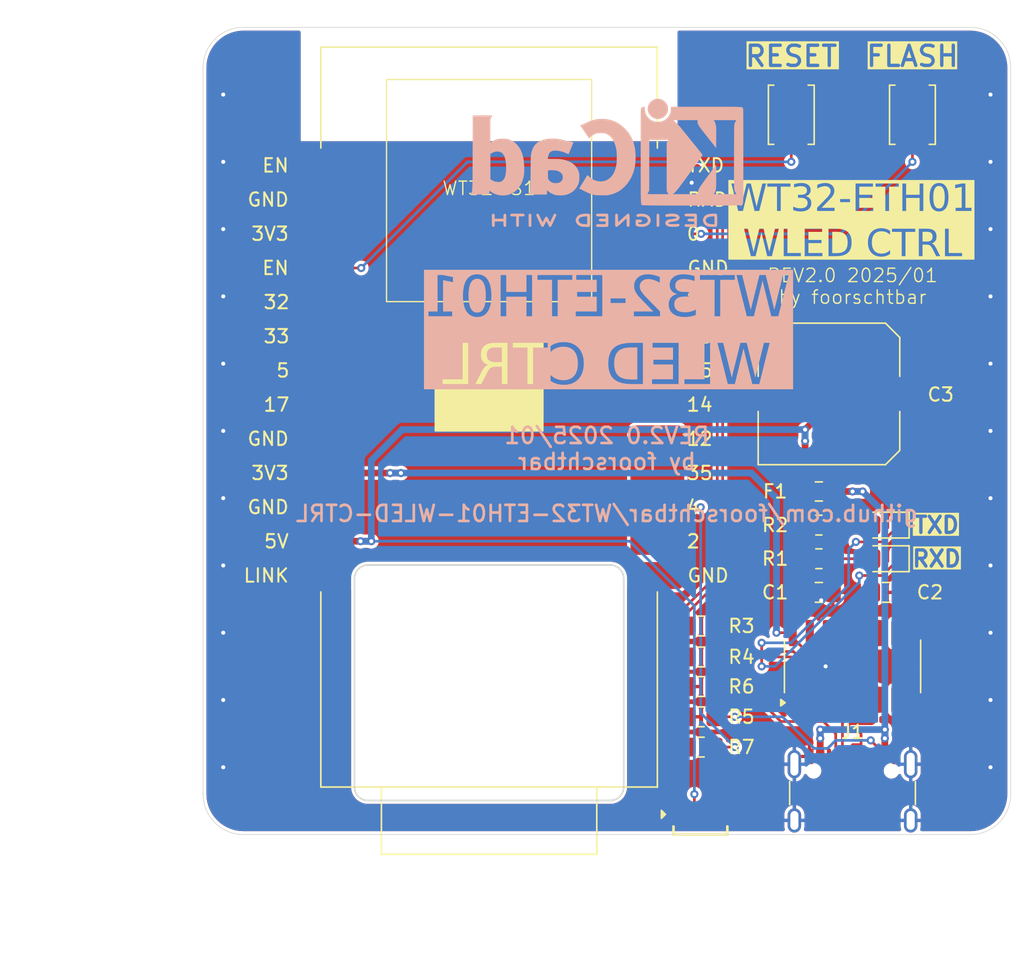
<source format=kicad_pcb>
(kicad_pcb (version 20240108) (generator "pcbnew") (generator_version "8.0")
  (layers (0 "F.Cu" signal) (31 "B.Cu" signal) (34 "B.Paste" user) (35 "F.Paste" user) (36 "B.SilkS" user "B.Silkscreen") (37 "F.SilkS" user "F.Silkscreen") (38 "B.Mask" user) (39 "F.Mask" user) (44 "Edge.Cuts" user))
  (net 0 "")
  (net 1 "GND")
  (net 2 "+3.3V")
  (net 3 "VIN")
  (net 4 "EN")
  (net 5 "GPIO0")
  (net 6 "D-")
  (net 7 "Net-(J1-CC1)")
  (net 8 "Net-(J1-CC2)")
  (net 9 "D+")
  (net 10 "RTS")
  (net 11 "DTR")
  (net 12 "Net-(D1-A)")
  (net 13 "Net-(D2-A)")
  (net 34 "Net-(LED1-DIN)")
  (net 35 "LED")
  (net 37 "/VBUS")
  (net 38 "/RXD")
  (net 39 "/TXD")
  (net 40 "MCU_TXD")
  (net 41 "MCU_RXD")
  (footprint "Package_SO:SOIC-16_3.9x9.9mm_P1.27mm" (layer "F.Cu") (at 141.5 103.75 90)
    (property "Reference" "U2" (hide yes))
    (property "Value" "CH340C" (hide yes))
    (pad "1" smd roundrect (at -2.475 -4.445 90) (size 1.95 0.6) (layers "F.Cu" "F.Paste" "F.Mask") (net 1 "GND"))
    (pad "2" smd roundrect (at -2.475 -3.175 90) (size 1.95 0.6) (layers "F.Cu" "F.Paste" "F.Mask") (net 38 "/RXD"))
    (pad "3" smd roundrect (at -2.475 -1.905 90) (size 1.95 0.6) (layers "F.Cu" "F.Paste" "F.Mask") (net 39 "/TXD"))
    (pad "4" smd roundrect (at -2.475 -0.635 90) (size 1.95 0.6) (layers "F.Cu" "F.Paste" "F.Mask") (net 2 "+3.3V"))
    (pad "5" smd roundrect (at -2.475 0.635 90) (size 1.95 0.6) (layers "F.Cu" "F.Paste" "F.Mask") (net 9 "D+"))
    (pad "6" smd roundrect (at -2.475 1.905 90) (size 1.95 0.6) (layers "F.Cu" "F.Paste" "F.Mask") (net 6 "D-"))
    (pad "7" smd roundrect (at -2.475 3.175 90) (size 1.95 0.6) (layers "F.Cu" "F.Paste" "F.Mask"))
    (pad "8" smd roundrect (at -2.475 4.445 90) (size 1.95 0.6) (layers "F.Cu" "F.Paste" "F.Mask"))
    (pad "9" smd roundrect (at 2.475 4.445 90) (size 1.95 0.6) (layers "F.Cu" "F.Paste" "F.Mask"))
    (pad "10" smd roundrect (at 2.475 3.175 90) (size 1.95 0.6) (layers "F.Cu" "F.Paste" "F.Mask"))
    (pad "11" smd roundrect (at 2.475 1.905 90) (size 1.95 0.6) (layers "F.Cu" "F.Paste" "F.Mask"))
    (pad "12" smd roundrect (at 2.475 0.635 90) (size 1.95 0.6) (layers "F.Cu" "F.Paste" "F.Mask"))
    (pad "13" smd roundrect (at 2.475 -0.635 90) (size 1.95 0.6) (layers "F.Cu" "F.Paste" "F.Mask") (net 11 "DTR"))
    (pad "14" smd roundrect (at 2.475 -1.905 90) (size 1.95 0.6) (layers "F.Cu" "F.Paste" "F.Mask") (net 10 "RTS"))
    (pad "15" smd roundrect (at 2.475 -3.175 90) (size 1.95 0.6) (layers "F.Cu" "F.Paste" "F.Mask"))
    (pad "16" smd roundrect (at 2.475 -4.445 90) (size 1.95 0.6) (layers "F.Cu" "F.Paste" "F.Mask") (net 2 "+3.3V"))
  )
  (footprint "Resistor_SMD:R_0805_2012Metric_Pad1.20x1.40mm_HandSolder" (layer "F.Cu") (at 139 95.75)
    (property "Reference" "R1" (at -3.25 0 0) (layer "F.SilkS"))
    (property "Value" "330" (hide yes))
    (pad "1" smd roundrect (at -1 0) (size 1.2 1.4) (layers "F.Cu" "F.Paste" "F.Mask") (roundrect_rratio 0.208333) (net 3 "VIN"))
    (pad "2" smd roundrect (at 1 0) (size 1.2 1.4) (layers "F.Cu" "F.Paste" "F.Mask") (roundrect_rratio 0.208333) (net 12 "Net-(D1-A)"))
  )
  (footprint "Fuse:Fuse_0805_2012Metric_Pad1.15x1.40mm_HandSolder" (layer "F.Cu") (at 139 90.75 180)
    (property "Reference" "F1" (at 3.25 0 0) (layer "F.SilkS"))
    (property "Value" "Fuse" (hide yes))
    (pad "1" smd roundrect (at -1.025 0 180) (size 1.15 1.4) (layers "F.Cu" "F.Paste" "F.Mask") (roundrect_rratio 0.217391) (net 37 "/VBUS"))
    (pad "2" smd roundrect (at 1.025 0 180) (size 1.15 1.4) (layers "F.Cu" "F.Paste" "F.Mask") (roundrect_rratio 0.217391) (net 3 "VIN"))
  )
  (footprint "Resistor_SMD:R_0805_2012Metric_Pad1.20x1.40mm_HandSolder" (layer "F.Cu") (at 130.25 103.05 180)
    (property "Reference" "R4" (at -3 0 0) (layer "F.SilkS"))
    (property "Value" "470R" (hide yes))
    (pad "1" smd roundrect (at -1 0 180) (size 1.2 1.4) (layers "F.Cu" "F.Paste" "F.Mask") (roundrect_rratio 0.208333) (net 38 "/RXD"))
    (pad "2" smd roundrect (at 1 0 180) (size 1.2 1.4) (layers "F.Cu" "F.Paste" "F.Mask") (roundrect_rratio 0.208333) (net 41 "MCU_RXD"))
  )
  (footprint "Resistor_SMD:R_0805_2012Metric_Pad1.20x1.40mm_HandSolder" (layer "F.Cu") (at 130.25 100.75 180)
    (property "Reference" "R3" (at -3 0 0) (layer "F.SilkS"))
    (property "Value" "470R" (hide yes))
    (pad "1" smd roundrect (at -1 0 180) (size 1.2 1.4) (layers "F.Cu" "F.Paste" "F.Mask") (roundrect_rratio 0.208333) (net 39 "/TXD"))
    (pad "2" smd roundrect (at 1 0 180) (size 1.2 1.4) (layers "F.Cu" "F.Paste" "F.Mask") (roundrect_rratio 0.208333) (net 40 "MCU_TXD"))
  )
  (footprint "Resistor_SMD:R_0805_2012Metric_Pad1.20x1.40mm_HandSolder" (layer "F.Cu") (at 139 93.25)
    (property "Reference" "R2" (at -3.25 0 0) (layer "F.SilkS"))
    (property "Value" "330" (hide yes))
    (pad "1" smd roundrect (at -1 0) (size 1.2 1.4) (layers "F.Cu" "F.Paste" "F.Mask") (roundrect_rratio 0.208333) (net 3 "VIN"))
    (pad "2" smd roundrect (at 1 0) (size 1.2 1.4) (layers "F.Cu" "F.Paste" "F.Mask") (roundrect_rratio 0.208333) (net 13 "Net-(D2-A)"))
  )
  (footprint "WT32-ETH01:WT32-ETH01" (layer "F.Cu") (at 114.5 81.72)
    (property "Reference" "U1" (hide yes))
    (property "Value" "WT32-ETH01" (hide yes))
    (fp_line (start -10 31) (end -10 15.5) (stroke (width 0.12)) (layer "Edge.Cuts"))
    (fp_line (start -9 14.5) (end 9 14.5) (stroke (width 0.12)) (layer "Edge.Cuts"))
    (fp_line (start 9 32) (end -9 32) (stroke (width 0.12)) (layer "Edge.Cuts"))
    (fp_line (start 10 15.5) (end 10 31) (stroke (width 0.12)) (layer "Edge.Cuts"))
    (fp_arc (start -10 15.5) (mid -9.707107 14.792893) (end -9 14.5) (stroke (width 0.12)) (layer "Edge.Cuts"))
    (fp_arc (start -9 32) (mid -9.707107 31.707107) (end -10 31) (stroke (width 0.12)) (layer "Edge.Cuts"))
    (fp_arc (start 9 14.5) (mid 9.707107 14.792893) (end 10 15.5) (stroke (width 0.12)) (layer "Edge.Cuts"))
    (fp_arc (start 10 31) (mid 9.707107 31.707107) (end 9 32) (stroke (width 0.12)) (layer "Edge.Cuts"))
    (fp_text user "39" (at 14.595238 -5.04 0) (layer "F.SilkS") (effects (font (thickness 0.15) (bold yes)) (justify left)))
    (fp_text user "TXD" (at 17.559524 -15.2 0) (layer "F.SilkS") (effects (font (thickness 0.15) (bold yes)) (justify right)))
    (fp_text user "LINK" (at -18.323809 15.28 0) (layer "F.SilkS") (effects (font (thickness 0.15) (bold yes)) (justify left)))
    (fp_text user "3V3" (at -17.752381 -10.12 0) (layer "F.SilkS") (effects (font (thickness 0.15) (bold yes)) (justify left)))
    (fp_text user "WT32-S1" (at 0 -13.5 0) (layer "F.SilkS") (effects (font (thickness 0.1))))
    (fp_text user "14" (at 14.595238 2.58 0) (layer "F.SilkS") (effects (font (thickness 0.15) (bold yes)) (justify left)))
    (fp_text user "35" (at 14.595238 7.66 0) (layer "F.SilkS") (effects (font (thickness 0.15) (bold yes)) (justify left)))
    (fp_text user "17" (at -14.740476 2.58 0) (layer "F.SilkS") (effects (font (thickness 0.15) (bold yes)) (justify right)))
    (fp_text user "GND" (at -18.038095 -12.66 0) (layer "F.SilkS") (effects (font (thickness 0.15) (bold yes)) (justify left)))
    (fp_text user "33" (at -14.740476 -2.5 0) (layer "F.SilkS") (effects (font (thickness 0.15) (bold yes)) (justify right)))
    (fp_text user "36" (at 14.595238 -2.5 0) (layer "F.SilkS") (effects (font (thickness 0.15) (bold yes)) (justify left)))
    (fp_text user "GND" (at 17.892857 15.28 0) (layer "F.SilkS") (effects (font (thickness 0.15) (bold yes)) (justify right)))
    (fp_text user "5V" (at -16.8 12.74 0) (layer "F.SilkS") (effects (font (thickness 0.15) (bold yes)) (justify left)))
    (fp_text user "12" (at 14.595238 5.12 0) (layer "F.SilkS") (effects (font (thickness 0.15) (bold yes)) (justify left)))
    (fp_text user "2" (at 14.595238 12.74 0) (layer "F.SilkS") (effects (font (thickness 0.15) (bold yes)) (justify left)))
    (fp_text user "EN" (at -16.942857 -7.58 0) (layer "F.SilkS") (effects (font (thickness 0.15) (bold yes)) (justify left)))
    (fp_text user "GND" (at 17.892857 -7.58 0) (layer "F.SilkS") (effects (font (thickness 0.15) (bold yes)) (justify right)))
    (fp_text user "5" (at -14.740476 0.04 0) (layer "F.SilkS") (effects (font (thickness 0.15) (bold yes)) (justify right)))
    (fp_text user "GND" (at -18.038095 5.12 0) (layer "F.SilkS") (effects (font (thickness 0.15) (bold yes)) (justify left)))
    (fp_text user "EN" (at -16.942857 -15.2 0) (layer "F.SilkS") (effects (font (thickness 0.15) (bold yes)) (justify left)))
    (fp_text user "RXD" (at 17.797619 -12.66 0) (layer "F.SilkS") (effects (font (thickness 0.15) (bold yes)) (justify right)))
    (fp_text user "4" (at 14.595238 10.2 0) (layer "F.SilkS") (effects (font (thickness 0.15) (bold yes)) (justify left)))
    (fp_text user "15" (at 14.595238 0.04 0) (layer "F.SilkS") (effects (font (thickness 0.15) (bold yes)) (justify left)))
    (fp_text user "0" (at 14.595238 -10.12 0) (layer "F.SilkS") (effects (font (thickness 0.15) (bold yes)) (justify left)))
    (fp_text user "32" (at -14.740476 -5.04 0) (layer "F.SilkS") (effects (font (thickness 0.15) (bold yes)) (justify right)))
    (fp_text user "GND" (at -18.038095 10.2 0) (layer "F.SilkS") (effects (font (thickness 0.15) (bold yes)) (justify left)))
    (fp_text user "3V3" (at -17.752381 7.66 0) (layer "F.SilkS") (effects (font (thickness 0.15) (bold yes)) (justify left)))
    (pad "1" smd roundrect (at -12.5 -15.2) (size 4 2) (layers "F.Cu" "F.Paste" "F.Mask"))
    (pad "2" smd roundrect (at -12.5 -12.66) (size 4 2) (layers "F.Cu" "F.Paste" "F.Mask") (net 1 "GND"))
    (pad "3" smd roundrect (at -12.5 -10.12) (size 4 2) (layers "F.Cu" "F.Paste" "F.Mask") (net 2 "+3.3V"))
    (pad "4" smd roundrect (at -12.5 -7.58) (size 4 2) (layers "F.Cu" "F.Paste" "F.Mask") (net 4 "EN"))
    (pad "5" smd roundrect (at -12.5 -5.04) (size 4 2) (layers "F.Cu" "F.Paste" "F.Mask"))
    (pad "6" smd roundrect (at -12.5 -2.5) (size 4 2) (layers "F.Cu" "F.Paste" "F.Mask"))
    (pad "7" smd roundrect (at -12.5 0.04) (size 4 2) (layers "F.Cu" "F.Paste" "F.Mask"))
    (pad "8" smd roundrect (at -12.5 2.58) (size 4 2) (layers "F.Cu" "F.Paste" "F.Mask"))
    (pad "9" smd roundrect (at -12.5 5.12) (size 4 2) (layers "F.Cu" "F.Paste" "F.Mask") (net 1 "GND"))
    (pad "10" smd roundrect (at -12.5 7.66) (size 4 2) (layers "F.Cu" "F.Paste" "F.Mask") (net 2 "+3.3V"))
    (pad "11" smd roundrect (at -12.5 10.2) (size 4 2) (layers "F.Cu" "F.Paste" "F.Mask") (net 1 "GND"))
    (pad "12" smd roundrect (at -12.5 12.74) (size 4 2) (layers "F.Cu" "F.Paste" "F.Mask") (net 3 "VIN"))
    (pad "13" smd roundrect (at -12.5 15.28) (size 4 2) (layers "F.Cu" "F.Paste" "F.Mask"))
    (pad "14" smd roundrect (at 12.5 15.28) (size 4 2) (layers "F.Cu" "F.Paste" "F.Mask") (net 1 "GND"))
    (pad "15" smd roundrect (at 12.5 12.74) (size 4 2) (layers "F.Cu" "F.Paste" "F.Mask"))
    (pad "16" smd roundrect (at 12.5 10.2) (size 4 2) (layers "F.Cu" "F.Paste" "F.Mask") (net 35 "LED"))
    (pad "17" smd roundrect (at 12.5 7.66) (size 4 2) (layers "F.Cu" "F.Paste" "F.Mask"))
    (pad "18" smd roundrect (at 12.5 5.12) (size 4 2) (layers "F.Cu" "F.Paste" "F.Mask"))
    (pad "19" smd roundrect (at 12.5 2.58) (size 4 2) (layers "F.Cu" "F.Paste" "F.Mask"))
    (pad "20" smd roundrect (at 12.5 0.04) (size 4 2) (layers "F.Cu" "F.Paste" "F.Mask"))
    (pad "21" smd roundrect (at 12.5 -2.5) (size 4 2) (layers "F.Cu" "F.Paste" "F.Mask"))
    (pad "22" smd roundrect (at 12.5 -5.04) (size 4 2) (layers "F.Cu" "F.Paste" "F.Mask"))
    (pad "23" smd roundrect (at 12.5 -7.58) (size 4 2) (layers "F.Cu" "F.Paste" "F.Mask") (net 1 "GND"))
    (pad "24" smd roundrect (at 12.5 -10.12) (size 4 2) (layers "F.Cu" "F.Paste" "F.Mask") (net 5 "GPIO0"))
    (pad "25" smd roundrect (at 12.5 -12.66) (size 4 2) (layers "F.Cu" "F.Paste" "F.Mask") (net 41 "MCU_RXD"))
    (pad "26" smd roundrect (at 12.5 -15.2) (size 4 2) (layers "F.Cu" "F.Paste" "F.Mask") (net 40 "MCU_TXD"))
    (zone (net 0) (net_name "") (layers "F&B.Cu" "*.SilkS") (connect_pads (clearance 0)) (min_thickness 0.25)
      (keepout (tracks not_allowed) (vias not_allowed) (pads not_allowed) (copperpour not_allowed) (footprints not_allowed))
      (fill (thermal_gap 0.5) (thermal_bridge_width 0.5))
      (polygon (pts (xy 100.5 57.22) (xy 128.5 57.22) (xy 128.5 64.72) (xy 100.5 64.72)))
    )
  )
  (footprint "LED_SMD:LED_0805_2012Metric" (layer "F.Cu") (at 144.02 95.75 180)
    (property "Reference" "D1" (hide yes))
    (property "Value" "RXD" (hide yes))
    (pad "1" smd roundrect (at -0.9375 0 180) (size 0.975 1.4) (layers "F.Cu" "F.Paste" "F.Mask") (net 38 "/RXD"))
    (pad "2" smd roundrect (at 0.9375 0 180) (size 0.975 1.4) (layers "F.Cu" "F.Paste" "F.Mask") (net 12 "Net-(D1-A)"))
  )
  (footprint "Resistor_SMD:R_0805_2012Metric_Pad1.20x1.40mm_HandSolder" (layer "F.Cu") (at 130.25 107.5)
    (property "Reference" "R5" (at 3 0 0) (layer "F.SilkS"))
    (property "Value" "5.1k" (hide yes))
    (pad "1" smd roundrect (at -1 0) (size 1.2 1.4) (layers "F.Cu" "F.Paste" "F.Mask") (roundrect_rratio 0.208333) (net 1 "GND"))
    (pad "2" smd roundrect (at 1 0) (size 1.2 1.4) (layers "F.Cu" "F.Paste" "F.Mask") (roundrect_rratio 0.208333) (net 8 "Net-(J1-CC2)"))
  )
  (footprint "Connector_USB:USB_C_Receptacle_GCT_USB4105-xx-A_16P_TopMnt_Horizontal" (layer "F.Cu") (at 141.5 114.125)
    (property "Reference" "J1" (at 0 -5.5 0) (layer "F.SilkS"))
    (property "Value" "USB_C_Receptacle_USB2.0_14P" (hide yes))
    (pad "" np_thru_hole circle (at -2.89 -2.605) (size 0.65 0.65) (drill 0.65) (layers "F&B.Cu" "*.Mask"))
    (pad "" np_thru_hole circle (at 2.89 -2.605) (size 0.65 0.65) (drill 0.65) (layers "F&B.Cu" "*.Mask"))
    (pad "A1" smd roundrect (at -3.2 -3.68) (size 0.6 1.15) (layers "F.Cu" "F.Paste" "F.Mask") (net 1 "GND"))
    (pad "A4" smd roundrect (at -2.4 -3.68) (size 0.6 1.15) (layers "F.Cu" "F.Paste" "F.Mask") (net 37 "/VBUS"))
    (pad "A5" smd roundrect (at -1.25 -3.68) (size 0.3 1.15) (layers "F.Cu" "F.Paste" "F.Mask") (net 7 "Net-(J1-CC1)"))
    (pad "A6" smd roundrect (at -0.25 -3.68) (size 0.3 1.15) (layers "F.Cu" "F.Paste" "F.Mask") (net 9 "D+"))
    (pad "A7" smd roundrect (at 0.25 -3.68) (size 0.3 1.15) (layers "F.Cu" "F.Paste" "F.Mask") (net 6 "D-"))
    (pad "A8" smd roundrect (at 1.25 -3.68) (size 0.3 1.15) (layers "F.Cu" "F.Paste" "F.Mask"))
    (pad "A9" smd roundrect (at 2.4 -3.68) (size 0.6 1.15) (layers "F.Cu" "F.Paste" "F.Mask") (net 37 "/VBUS"))
    (pad "A12" smd roundrect (at 3.2 -3.68) (size 0.6 1.15) (layers "F.Cu" "F.Paste" "F.Mask") (net 1 "GND"))
    (pad "B1" smd roundrect (at 3.2 -3.68) (size 0.6 1.15) (layers "F.Cu" "F.Paste" "F.Mask") (net 1 "GND"))
    (pad "B4" smd roundrect (at 2.4 -3.68) (size 0.6 1.15) (layers "F.Cu" "F.Paste" "F.Mask") (net 37 "/VBUS"))
    (pad "B5" smd roundrect (at 1.75 -3.68) (size 0.3 1.15) (layers "F.Cu" "F.Paste" "F.Mask") (net 8 "Net-(J1-CC2)"))
    (pad "B6" smd roundrect (at 0.75 -3.68) (size 0.3 1.15) (layers "F.Cu" "F.Paste" "F.Mask") (net 9 "D+"))
    (pad "B7" smd roundrect (at -0.75 -3.68) (size 0.3 1.15) (layers "F.Cu" "F.Paste" "F.Mask") (net 6 "D-"))
    (pad "B8" smd roundrect (at -1.75 -3.68) (size 0.3 1.15) (layers "F.Cu" "F.Paste" "F.Mask"))
    (pad "B9" smd roundrect (at -2.4 -3.68) (size 0.6 1.15) (layers "F.Cu" "F.Paste" "F.Mask") (net 37 "/VBUS"))
    (pad "B12" smd roundrect (at -3.2 -3.68) (size 0.6 1.15) (layers "F.Cu" "F.Paste" "F.Mask") (net 1 "GND"))
    (pad "S1" thru_hole oval (at -4.32 -3.105) (size 1 2.1) (drill oval 0.6 1.7) (layers "*.Cu" "*.Mask" "F.Paste") (net 1 "GND"))
    (pad "S1" thru_hole oval (at -4.32 1.075) (size 1 1.8) (drill oval 0.6 1.4) (layers "*.Cu" "*.Mask" "F.Paste") (net 1 "GND"))
    (pad "S1" thru_hole oval (at 4.32 -3.105) (size 1 2.1) (drill oval 0.6 1.7) (layers "*.Cu" "*.Mask" "F.Paste") (net 1 "GND"))
    (pad "S1" thru_hole oval (at 4.32 1.075) (size 1 1.8) (drill oval 0.6 1.4) (layers "*.Cu" "*.Mask" "F.Paste") (net 1 "GND"))
  )
  (footprint "Capacitor_SMD:C_0805_2012Metric_Pad1.18x1.45mm_HandSolder" (layer "F.Cu") (at 144 98.25)
    (property "Reference" "C2" (at 3.25 0 0) (layer "F.SilkS"))
    (property "Value" "100nF" (hide yes))
    (pad "1" smd roundrect (at -1.0375 0) (size 1.175 1.45) (layers "F.Cu" "F.Paste" "F.Mask") (roundrect_rratio 0.212766) (net 2 "+3.3V"))
    (pad "2" smd roundrect (at 1.0375 0) (size 1.175 1.45) (layers "F.Cu" "F.Paste" "F.Mask") (roundrect_rratio 0.212766) (net 1 "GND"))
  )
  (footprint "LED_SMD:LED_0805_2012Metric" (layer "F.Cu") (at 144.02 93.25 180)
    (property "Reference" "D2" (hide yes))
    (property "Value" "TXD" (hide yes))
    (pad "1" smd roundrect (at -0.9375 0 180) (size 0.975 1.4) (layers "F.Cu" "F.Paste" "F.Mask") (net 39 "/TXD"))
    (pad "2" smd roundrect (at 0.9375 0 180) (size 0.975 1.4) (layers "F.Cu" "F.Paste" "F.Mask") (net 13 "Net-(D2-A)"))
  )
  (footprint "Pushbutton 3x4x2mm:Pushbutton 3x4x2mm" (layer "F.Cu") (at 145.95 62.75 90)
    (property "Reference" "SW2" (hide yes))
    (property "Value" "Boot" (hide yes))
    (pad "1" smd rect (at -2.1 0 90) (size 1.1 2) (layers "F.Cu" "F.Paste" "F.Mask") (net 5 "GPIO0"))
    (pad "2" smd rect (at 2.1 0 90) (size 1.1 2) (layers "F.Cu" "F.Paste" "F.Mask") (net 1 "GND"))
  )
  (footprint "SK6812SIDE:SK6812SIDE" (layer "F.Cu") (at 130.2 114.75)
    (property "Reference" "LED1" (hide yes))
    (property "Value" "SK6812SIDE" (hide yes))
    (pad "1" smd custom (at -1.575 0) (size 0.55 1.2) (layers "F.Cu" "F.Paste" "F.Mask") (net 34 "Net-(LED1-DIN)") (options (clearance outline) (anchor rect)) (primitives (gr_rect (start -0.725 -0.275) (end 0.225 0.275) (width 0) (fill yes))))
    (pad "2" smd rect (at -0.45 0) (size 0.7 1.2) (layers "F.Cu" "F.Paste" "F.Mask") (net 3 "VIN"))
    (pad "3" smd rect (at 0.575 0) (size 0.45 1.2) (layers "F.Cu" "F.Paste" "F.Mask"))
    (pad "4" smd custom (at 1.575 0) (size 0.55 1.2) (layers "F.Cu" "F.Paste" "F.Mask") (net 1 "GND") (options (clearance outline) (anchor rect)) (primitives (gr_rect (start -0.225 -0.275) (end 0.725 0.275) (width 0) (fill yes))))
  )
  (footprint "Resistor_SMD:R_0805_2012Metric_Pad1.20x1.40mm_HandSolder" (layer "F.Cu") (at 130.25 105.25)
    (property "Reference" "R6" (at 3 0 0) (layer "F.SilkS"))
    (property "Value" "5.1k" (hide yes))
    (pad "1" smd roundrect (at -1 0) (size 1.2 1.4) (layers "F.Cu" "F.Paste" "F.Mask") (roundrect_rratio 0.208333) (net 1 "GND"))
    (pad "2" smd roundrect (at 1 0) (size 1.2 1.4) (layers "F.Cu" "F.Paste" "F.Mask") (roundrect_rratio 0.208333) (net 7 "Net-(J1-CC1)"))
  )
  (footprint "Resistor_SMD:R_0805_2012Metric_Pad1.20x1.40mm_HandSolder" (layer "F.Cu") (at 130.25 109.75 180)
    (property "Reference" "R7" (at -3 0 0) (layer "F.SilkS"))
    (property "Value" "470R" (hide yes))
    (pad "1" smd roundrect (at -1 0 180) (size 1.2 1.4) (layers "F.Cu" "F.Paste" "F.Mask") (roundrect_rratio 0.208333) (net 35 "LED"))
    (pad "2" smd roundrect (at 1 0 180) (size 1.2 1.4) (layers "F.Cu" "F.Paste" "F.Mask") (roundrect_rratio 0.208333) (net 34 "Net-(LED1-DIN)"))
  )
  (footprint "Capacitor_SMD:C_0805_2012Metric_Pad1.18x1.45mm_HandSolder" (layer "F.Cu") (at 139 98.25)
    (property "Reference" "C1" (at -3.25 0 0) (layer "F.SilkS"))
    (property "Value" "10uF" (hide yes))
    (pad "1" smd roundrect (at -1.0375 0) (size 1.175 1.45) (layers "F.Cu" "F.Paste" "F.Mask") (roundrect_rratio 0.212766) (net 2 "+3.3V"))
    (pad "2" smd roundrect (at 1.0375 0) (size 1.175 1.45) (layers "F.Cu" "F.Paste" "F.Mask") (roundrect_rratio 0.212766) (net 1 "GND"))
  )
  (footprint "Capacitor_SMD:C_Elec_10x10.2" (layer "F.Cu") (at 139.75 83.5 180)
    (property "Reference" "C3" (at -8.3 -0.05 0) (layer "F.SilkS"))
    (property "Value" "1000uF" (hide yes))
    (pad "1" smd roundrect (at -4.4 0 180) (size 4.6 2.1) (layers "F.Cu" "F.Paste" "F.Mask") (roundrect_rratio 0.119048) (net 3 "VIN"))
    (pad "2" smd roundrect (at 4.4 0 180) (size 4.6 2.1) (layers "F.Cu" "F.Paste" "F.Mask") (roundrect_rratio 0.119048) (net 1 "GND"))
  )
  (footprint "Pushbutton 3x4x2mm:Pushbutton 3x4x2mm" (layer "F.Cu") (at 136.95 62.75 90)
    (property "Reference" "SW1" (hide yes))
    (property "Value" "Reset" (hide yes))
    (pad "1" smd rect (at -2.1 0 90) (size 1.1 2) (layers "F.Cu" "F.Paste" "F.Mask") (net 4 "EN"))
    (pad "2" smd rect (at 2.1 0 90) (size 1.1 2) (layers "F.Cu" "F.Paste" "F.Mask") (net 1 "GND"))
  )
  (footprint "Symbol:KiCad-Logo2_8mm_SilkScreen" (layer "B.Cu") (at 123.259893 65.5 180)
    (property "Reference" "REF**" (hide yes))
    (property "Value" "KiCad-Logo2_8mm_SilkScreen" (hide yes))
  )
  (gr_rect (start 110.5 78.25) (end 118.5 86.25) (stroke (width 0.1)) (fill solid) (layer "F.SilkS"))
  (gr_arc (start 93.25 59.25) (mid 94.12868 57.12868) (end 96.25 56.25) (stroke (width 0.05)) (layer "Edge.Cuts"))
  (gr_arc (start 96.25 116.25) (mid 94.12868 115.37132) (end 93.25 113.25) (stroke (width 0.05)) (layer "Edge.Cuts"))
  (gr_arc (start 150.25 56.25) (mid 152.37132 57.12868) (end 153.25 59.25) (stroke (width 0.05)) (layer "Edge.Cuts"))
  (gr_line (start 150.25 116.25) (end 96.25 116.25) (stroke (width 0.05)) (layer "Edge.Cuts"))
  (gr_line (start 93.25 113.25) (end 93.25 59.25) (stroke (width 0.05)) (layer "Edge.Cuts"))
  (gr_line (start 153.25 113.25) (end 153.25 59.25) (stroke (width 0.05)) (layer "Edge.Cuts"))
  (gr_arc (start 153.25 113.25) (mid 152.37132 115.37132) (end 150.25 116.25) (stroke (width 0.05)) (layer "Edge.Cuts"))
  (gr_line (start 150.25 56.25) (end 96.25 56.25) (stroke (width 0.05)) (layer "Edge.Cuts"))
  (gr_text "WT32-ETH01\nWLED CTRL" (at 123.25 79 -0) (layer "B.SilkS" knockout) (effects (font (size 3 3) (thickness 0.4)) (justify mirror)))
  (gr_text "REV2.0 2025/01\nby foorschtbar\n\ngithub.com/foorschtbar/WT32-ETH01-WLED-CTRL\n" (at 123.25 89.5 0) (layer "B.SilkS") (effects (font (size 1.2 1.2) (thickness 0.2)) (justify mirror)))
  (gr_text "TXD" (at 147.75 93.25 0) (layer "F.SilkS" knockout) (effects (font (size 1.2 1.2) (thickness 0.25))))
  (gr_text "WT32-ETH01\nWLED CTRL" (at 141.5 70.75 0) (layer "F.SilkS" knockout) (effects (font (size 2 2) (thickness 0.1))))
  (gr_text "RESET" (at 136.95 58.4 0) (layer "F.SilkS" knockout) (effects (font (size 1.5 1.5) (thickness 0.25))))
  (gr_text "REV2.0 2025/01\nby foorschtbar\n" (at 141.5 75.5 0) (layer "F.SilkS") (effects (font (size 1 1) (thickness 0.1))))
  (gr_text "FLASH" (at 145.95 58.4 0) (layer "F.SilkS" knockout) (effects (font (size 1.5 1.5) (thickness 0.25))))
  (gr_text "RXD" (at 147.75 95.75 0) (layer "F.SilkS" knockout) (effects (font (size 1.2 1.2) (thickness 0.25))))
  (via (at 151.75 96.25) (size 0.6) (drill 0.3) (layers "F.Cu" "B.Cu") (net 1))
  (via (at 151.75 61.25) (size 0.6) (drill 0.3) (layers "F.Cu" "B.Cu") (net 1))
  (via (at 139.170405 98.839644) (size 0.6) (drill 0.3) (layers "F.Cu" "B.Cu") (net 1))
  (via (at 151.75 101.25) (size 0.6) (drill 0.3) (layers "F.Cu" "B.Cu") (net 1))
  (via (at 94.75 111.25) (size 0.6) (drill 0.3) (layers "F.Cu" "B.Cu") (net 1))
  (via (at 151.75 71.25) (size 0.6) (drill 0.3) (layers "F.Cu" "B.Cu") (net 1))
  (via (at 151.75 106.25) (size 0.6) (drill 0.3) (layers "F.Cu" "B.Cu") (net 1))
  (via (at 94.75 81.25) (size 0.6) (drill 0.3) (layers "F.Cu" "B.Cu") (net 1))
  (via (at 151.75 86.25) (size 0.6) (drill 0.3) (layers "F.Cu" "B.Cu") (net 1))
  (via (at 94.75 71.25) (size 0.6) (drill 0.3) (layers "F.Cu" "B.Cu") (net 1))
  (via (at 94.75 66.25) (size 0.6) (drill 0.3) (layers "F.Cu" "B.Cu") (net 1))
  (via (at 151.75 111.25) (size 0.6) (drill 0.3) (layers "F.Cu" "B.Cu") (net 1))
  (via (at 94.75 86.25) (size 0.6) (drill 0.3) (layers "F.Cu" "B.Cu") (net 1))
  (via (at 94.75 76.25) (size 0.6) (drill 0.3) (layers "F.Cu" "B.Cu") (net 1))
  (via (at 94.75 101.25) (size 0.6) (drill 0.3) (layers "F.Cu" "B.Cu") (net 1))
  (via (at 94.75 61.25) (size 0.6) (drill 0.3) (layers "F.Cu" "B.Cu") (net 1))
  (via (at 151.75 66.25) (size 0.6) (drill 0.3) (layers "F.Cu" "B.Cu") (net 1))
  (via (at 139.5 103.75) (size 0.6) (drill 0.3) (layers "F.Cu" "B.Cu") (net 1))
  (via (at 151.75 81.25) (size 0.6) (drill 0.3) (layers "F.Cu" "B.Cu") (net 1))
  (via (at 94.75 91.25) (size 0.6) (drill 0.3) (layers "F.Cu" "B.Cu") (net 1))
  (via (at 151.75 91.25) (size 0.6) (drill 0.3) (layers "F.Cu" "B.Cu") (net 1))
  (via (at 129.55 67.8) (size 0.6) (drill 0.3) (layers "F.Cu" "B.Cu") (net 1))
  (via (at 151.75 76.25) (size 0.6) (drill 0.3) (layers "F.Cu" "B.Cu") (net 1))
  (via (at 94.75 96.25) (size 0.6) (drill 0.3) (layers "F.Cu" "B.Cu") (net 1))
  (via (at 94.75 106.25) (size 0.6) (drill 0.3) (layers "F.Cu" "B.Cu") (net 1))
  (segment (start 140.865 102.772776) (end 140.75 102.657776) (width 0.2) (layer "F.Cu") (net 2))
  (segment (start 98.25 88.25) (end 99.38 89.38) (width 0.2) (layer "F.Cu") (net 2))
  (segment (start 99.38 89.38) (end 102 89.38) (width 0.2) (layer "F.Cu") (net 2))
  (segment (start 102 71.6) (end 99.4 71.6) (width 0.2) (layer "F.Cu") (net 2))
  (segment (start 138.092224 102.657776) (end 137.055 101.620552) (width 0.2) (layer "F.Cu") (net 2))
  (segment (start 142.9625 98.831948) (end 141.465 100.329448) (width 0.2) (layer "F.Cu") (net 2))
  (segment (start 140.865 106.225) (end 140.865 102.772776) (width 0.2) (layer "F.Cu") (net 2))
  (segment (start 141.097776 102.657776) (end 140.75 102.657776) (width 0.2) (layer "F.Cu") (net 2))
  (segment (start 135.85 101.25) (end 137.03 101.25) (width 0.2) (layer "F.Cu") (net 2))
  (segment (start 107.95 89.38) (end 102 89.38) (width 0.5) (layer "F.Cu") (net 2))
  (segment (start 141.465 102.290552) (end 141.097776 102.657776) (width 0.2) (layer "F.Cu") (net 2))
  (segment (start 137.055 99.1575) (end 137.9625 98.25) (width 0.2) (layer "F.Cu") (net 2))
  (segment (start 137.055 101.275) (end 137.055 99.1575) (width 0.2) (layer "F.Cu") (net 2))
  (segment (start 141.465 100.329448) (end 141.465 102.290552) (width 0.2) (layer "F.Cu") (net 2))
  (segment (start 98.25 72.75) (end 98.25 88.25) (width 0.2) (layer "F.Cu") (net 2))
  (segment (start 140.75 102.657776) (end 138.092224 102.657776) (width 0.2) (layer "F.Cu") (net 2))
  (segment (start 99.4 71.6) (end 98.25 72.75) (width 0.2) (layer "F.Cu") (net 2))
  (via (at 107.95 89.38) (size 0.6) (drill 0.3) (layers "F.Cu" "B.Cu") (net 2))
  (via (at 135.85 101.25) (size 0.6) (drill 0.3) (layers "F.Cu" "B.Cu") (net 2))
  (via (at 107.15 89.38) (size 0.6) (drill 0.3) (layers "F.Cu" "B.Cu") (net 2))
  (segment (start 133.98 89.38) (end 135.85 91.25) (width 0.5) (layer "B.Cu") (net 2))
  (segment (start 107.95 89.38) (end 133.98 89.38) (width 0.5) (layer "B.Cu") (net 2))
  (segment (start 107.15 89.38) (end 107.95 89.38) (width 0.5) (layer "B.Cu") (net 2))
  (segment (start 135.85 91.25) (end 135.85 101.25) (width 0.5) (layer "B.Cu") (net 2))
  (segment (start 137.975 87.25) (end 137.975 90.75) (width 0.5) (layer "F.Cu") (net 3))
  (segment (start 137.975 90.75) (end 137.975 95.725) (width 0.2) (layer "F.Cu") (net 3))
  (segment (start 137.975 86.15) (end 137.975 87.25) (width 0.5) (layer "F.Cu") (net 3))
  (segment (start 137.975 86.15) (end 140.625 83.5) (width 0.5) (layer "F.Cu") (net 3))
  (segment (start 129.75 114.75) (end 129.75 113.25) (width 0.2) (layer "F.Cu") (net 3))
  (segment (start 105.75 94.45) (end 102.01 94.45) (width 0.5) (layer "F.Cu") (net 3))
  (segment (start 140.625 83.5) (end 144.15 83.5) (width 0.5) (layer "F.Cu") (net 3))
  (via (at 104.95 94.45) (size 0.6) (drill 0.3) (layers "F.Cu" "B.Cu") (net 3))
  (via (at 129.75 113.25) (size 0.6) (drill 0.3) (layers "F.Cu" "B.Cu") (net 3))
  (via (at 105.75 94.45) (size 0.6) (drill 0.3) (layers "F.Cu" "B.Cu") (net 3))
  (via (at 137.975 86.15) (size 0.6) (drill 0.3) (layers "F.Cu" "B.Cu") (net 3))
  (via (at 137.975 87) (size 0.6) (drill 0.3) (layers "F.Cu" "B.Cu") (net 3))
  (segment (start 137.975 86.15) (end 108.05 86.15) (width 0.5) (layer "B.Cu") (net 3))
  (segment (start 124.95 94.45) (end 129.75 99.25) (width 0.2) (layer "B.Cu") (net 3))
  (segment (start 104.95 94.45) (end 105.75 94.45) (width 0.5) (layer "B.Cu") (net 3))
  (segment (start 137.975 86.15) (end 137.975 87) (width 0.5) (layer "B.Cu") (net 3))
  (segment (start 105.75 88.45) (end 108.05 86.15) (width 0.5) (layer "B.Cu") (net 3))
  (segment (start 129.75 99.25) (end 129.75 113.25) (width 0.2) (layer "B.Cu") (net 3))
  (segment (start 105.75 94.45) (end 124.95 94.45) (width 0.2) (layer "B.Cu") (net 3))
  (segment (start 105.75 94.45) (end 105.75 88.45) (width 0.5) (layer "B.Cu") (net 3))
  (segment (start 105 74.14) (end 102 74.14) (width 0.2) (layer "F.Cu") (net 4))
  (segment (start 136.95 66.25) (end 136.95 64.85) (width 0.2) (layer "F.Cu") (net 4))
  (via (at 105 74.14) (size 0.6) (drill 0.3) (layers "F.Cu" "B.Cu") (net 4))
  (via (at 136.95 66.25) (size 0.6) (drill 0.3) (layers "F.Cu" "B.Cu") (net 4))
  (segment (start 136.95 66.25) (end 112.89 66.25) (width 0.2) (layer "B.Cu") (net 4))
  (segment (start 112.89 66.25) (end 105 74.14) (width 0.2) (layer "B.Cu") (net 4))
  (segment (start 127 71.6) (end 130.25 71.6) (width 0.2) (layer "F.Cu") (net 5))
  (segment (start 145.95 66.25) (end 145.95 64.85) (width 0.2) (layer "F.Cu") (net 5))
  (via (at 145.95 66.25) (size 0.6) (drill 0.3) (layers "F.Cu" "B.Cu") (net 5))
  (via (at 130.25 71.6) (size 0.6) (drill 0.3) (layers "F.Cu" "B.Cu") (net 5))
  (segment (start 130.25 71.6) (end 140.6 71.6) (width 0.2) (layer "B.Cu") (net 5))
  (segment (start 140.6 71.6) (end 145.95 66.25) (width 0.2) (layer "B.Cu") (net 5))
  (segment (start 141.04759 111.35) (end 140.75 111.05241) (width 0.2) (layer "F.Cu") (net 6))
  (segment (start 142.95 104.95) (end 143.405 105.405) (width 0.2) (layer "F.Cu") (net 6))
  (segment (start 141.535 105.209448) (end 141.794448 104.95) (width 0.2) (layer "F.Cu") (net 6))
  (segment (start 140.75 111.05241) (end 140.75 110.445) (width 0.2) (layer "F.Cu") (net 6))
  (segment (start 140.75 107.955552) (end 141.535 107.170552) (width 0.2) (layer "F.Cu") (net 6))
  (segment (start 141.75 111.05241) (end 141.45241 111.35) (width 0.2) (layer "F.Cu") (net 6))
  (segment (start 141.535 107.170552) (end 141.535 105.209448) (width 0.2) (layer "F.Cu") (net 6))
  (segment (start 141.45241 111.35) (end 141.04759 111.35) (width 0.2) (layer "F.Cu") (net 6))
  (segment (start 141.794448 104.95) (end 142.95 104.95) (width 0.2) (layer "F.Cu") (net 6))
  (segment (start 141.75 110.445) (end 141.75 111.05241) (width 0.2) (layer "F.Cu") (net 6))
  (segment (start 140.75 110.445) (end 140.75 107.955552) (width 0.2) (layer "F.Cu") (net 6))
  (segment (start 139.348529 107.85) (end 140.25 108.751471) (width 0.2) (layer "F.Cu") (net 7))
  (segment (start 140.25 108.751471) (end 140.25 110.445) (width 0.2) (layer "F.Cu") (net 7))
  (segment (start 131.25 105.25) (end 133.575 105.25) (width 0.2) (layer "F.Cu") (net 7))
  (segment (start 133.575 105.25) (end 136.175 107.85) (width 0.2) (layer "F.Cu") (net 7))
  (segment (start 136.175 107.85) (end 139.348529 107.85) (width 0.2) (layer "F.Cu") (net 7))
  (segment (start 132.75 107.5) (end 131.25 107.5) (width 0.2) (layer "F.Cu") (net 8))
  (segment (start 143.25 109.65) (end 142.85 109.25) (width 0.2) (layer "F.Cu") (net 8))
  (segment (start 143.25 110.445) (end 143.25 109.65) (width 0.2) (layer "F.Cu") (net 8))
  (via (at 142.85 109.25) (size 0.6) (drill 0.3) (layers "F.Cu" "B.Cu") (net 8))
  (via (at 132.75 107.5) (size 0.6) (drill 0.3) (layers "F.Cu" "B.Cu") (net 8))
  (segment (start 136.3 107.5) (end 132.75 107.5) (width 0.2) (layer "B.Cu") (net 8))
  (segment (start 139.65 109.85) (end 140.25 109.25) (width 0.2) (layer "B.Cu") (net 8))
  (segment (start 138.65 109.85) (end 136.3 107.5) (width 0.2) (layer "B.Cu") (net 8))
  (segment (start 139.65 109.85) (end 138.65 109.85) (width 0.2) (layer "B.Cu") (net 8))
  (segment (start 140.25 109.25) (end 142.85 109.25) (width 0.2) (layer "B.Cu") (net 8))
  (segment (start 143.135 107.77) (end 143.135 107.65) (width 0.2) (layer "F.Cu") (net 9))
  (segment (start 141.25 109.83759) (end 141.51759 109.57) (width 0.2) (layer "F.Cu") (net 9))
  (segment (start 142.07 109.57) (end 142.135 109.635) (width 0.2) (layer "F.Cu") (net 9))
  (segment (start 141.25 110.445) (end 141.25 109.83759) (width 0.2) (layer "F.Cu") (net 9))
  (segment (start 142.25 109.75) (end 142.25 110.445) (width 0.2) (layer "F.Cu") (net 9))
  (segment (start 142.135 107.17) (end 142.135 107.05) (width 0.2) (layer "F.Cu") (net 9))
  (segment (start 142.895 107.41) (end 142.375 107.41) (width 0.2) (layer "F.Cu") (net 9))
  (segment (start 142.135 108.85) (end 142.135 109.635) (width 0.2) (layer "F.Cu") (net 9))
  (segment (start 142.135 109.635) (end 142.25 109.75) (width 0.2) (layer "F.Cu") (net 9))
  (segment (start 141.185 108.37) (end 141.185 108.25) (width 0.2) (layer "F.Cu") (net 9))
  (segment (start 141.51759 109.57) (end 142.07 109.57) (width 0.2) (layer "F.Cu") (net 9))
  (segment (start 141.895 108.61) (end 141.425 108.61) (width 0.2) (layer "F.Cu") (net 9))
  (segment (start 141.425 108.01) (end 142.895 108.01) (width 0.2) (layer "F.Cu") (net 9))
  (arc (start 142.135 108.85) (mid 142.064706 108.680294) (end 141.895 108.61) (width 0.2) (layer "F.Cu") (net 9))
  (arc (start 141.425 108.61) (mid 141.255294 108.539706) (end 141.185 108.37) (width 0.2) (layer "F.Cu") (net 9))
  (arc (start 141.185 108.25) (mid 141.255294 108.080294) (end 141.425 108.01) (width 0.2) (layer "F.Cu") (net 9))
  (arc (start 143.135 107.65) (mid 143.064706 107.480294) (end 142.895 107.41) (width 0.2) (layer "F.Cu") (net 9))
  (arc (start 142.375 107.41) (mid 142.205294 107.339706) (end 142.135 107.17) (width 0.2) (layer "F.Cu") (net 9))
  (arc (start 142.895 108.01) (mid 143.064706 107.939706) (end 143.135 107.77) (width 0.2) (layer "F.Cu") (net 9))
  (segment (start 140 95.75) (end 143.0825 95.75) (width 0.2) (layer "F.Cu") (net 12))
  (segment (start 140 93.25) (end 143.0825 93.25) (width 0.2) (layer "F.Cu") (net 13))
  (segment (start 129.25 109.75) (end 128.625 110.375) (width 0.2) (layer "F.Cu") (net 34))
  (segment (start 128.625 110.375) (end 128.625 114.75) (width 0.2) (layer "F.Cu") (net 34))
  (segment (start 127 91.92) (end 130.22 91.92) (width 0.2) (layer "F.Cu") (net 35))
  (segment (start 131.25 109.75) (end 132.75 109.75) (width 0.2) (layer "F.Cu") (net 35))
  (via (at 130.22 91.92) (size 0.6) (drill 0.3) (layers "F.Cu" "B.Cu") (net 35))
  (via (at 132.75 109.75) (size 0.6) (drill 0.3) (layers "F.Cu" "B.Cu") (net 35))
  (segment (start 130.22 107.22) (end 132.75 109.75) (width 0.2) (layer "B.Cu") (net 35))
  (segment (start 130.22 91.92) (end 130.22 107.22) (width 0.2) (layer "B.Cu") (net 35))
  (segment (start 141.25 90.75) (end 142.25 90.75) (width 0.5) (layer "F.Cu") (net 37))
  (segment (start 139.1 110.445) (end 139.1 108.45) (width 0.5) (layer "F.Cu") (net 37))
  (segment (start 143.9 108.45) (end 143.9 110.445) (width 0.5) (layer "F.Cu") (net 37))
  (segment (start 140.025 90.75) (end 141.25 90.75) (width 0.5) (layer "F.Cu") (net 37))
  (segment (start 143.9 108.45) (end 143.9 109.1) (width 0.5) (layer "F.Cu") (net 37))
  (segment (start 139.1 108.45) (end 139.1 109.1) (width 0.5) (layer "F.Cu") (net 37))
  (via (at 139.1 109.1) (size 0.6) (drill 0.3) (layers "F.Cu" "B.Cu") (net 37))
  (via (at 142.25 90.75) (size 0.6) (drill 0.3) (layers "F.Cu" "B.Cu") (net 37))
  (via (at 141.5 90.75) (size 0.6) (drill 0.3) (layers "F.Cu" "B.Cu") (net 37))
  (via (at 143.9 108.45) (size 0.6) (drill 0.3) (layers "F.Cu" "B.Cu") (net 37))
  (via (at 143.9 109.1) (size 0.6) (drill 0.3) (layers "F.Cu" "B.Cu") (net 37))
  (via (at 139.1 108.45) (size 0.6) (drill 0.3) (layers "F.Cu" "B.Cu") (net 37))
  (segment (start 143.9 109.1) (end 143.9 108.45) (width 0.5) (layer "B.Cu") (net 37))
  (segment (start 142.25 90.75) (end 143.9 92.4) (width 0.5) (layer "B.Cu") (net 37))
  (segment (start 143.9 92.4) (end 143.9 109.1) (width 0.5) (layer "B.Cu") (net 37))
  (segment (start 139.1 108.45) (end 143.9 108.45) (width 0.5) (layer "B.Cu") (net 37))
  (segment (start 141.5 90.75) (end 142.25 90.75) (width 0.5) (layer "B.Cu") (net 37))
  (segment (start 139.1 109.1) (end 139.1 108.45) (width 0.5) (layer "B.Cu") (net 37))
  (segment (start 144.9575 95.75) (end 143.7075 97) (width 0.2) (layer "F.Cu") (net 38))
  (segment (start 131.25 103.05) (end 134.75 103.05) (width 0.2) (layer "F.Cu") (net 38))
  (segment (start 138.325 104.425) (end 138.325 106.225) (width 0.2) (layer "F.Cu") (net 38))
  (segment (start 134.75 103.05) (end 136.95 103.05) (width 0.2) (layer "F.Cu") (net 38))
  (segment (start 136.95 103.05) (end 138.325 104.425) (width 0.2) (layer "F.Cu") (net 38))
  (segment (start 134.75 103.75) (end 134.75 103.05) (width 0.2) (layer "F.Cu") (net 38))
  (segment (start 143.7075 97) (end 142 97) (width 0.2) (layer "F.Cu") (net 38))
  (via (at 134.75 103.75) (size 0.6) (drill 0.3) (layers "F.Cu" "B.Cu") (net 38))
  (via (at 142 97) (size 0.6) (drill 0.3) (layers "F.Cu" "B.Cu") (net 38))
  (segment (start 135.744975 103.75) (end 134.75 103.75) (width 0.2) (layer "B.Cu") (net 38))
  (segment (start 142 97) (end 142 97.494975) (width 0.2) (layer "B.Cu") (net 38))
  (segment (start 135.744975 103.75) (end 142 97.494975) (width 0.2) (layer "B.Cu") (net 38))
  (segment (start 139.595 106.225) (end 139.595 105.129314) (width 0.2) (layer "F.Cu") (net 39))
  (segment (start 133.15 102.65) (end 131.25 100.75) (width 0.2) (layer "F.Cu") (net 39))
  (segment (start 137.115686 102.65) (end 134.75 102.65) (width 0.2) (layer "F.Cu") (net 39))
  (segment (start 139.595 105.129314) (end 137.115686 102.65) (width 0.2) (layer "F.Cu") (net 39))
  (segment (start 144.9575 93.25) (end 143.7075 94.5) (width 0.2) (layer "F.Cu") (net 39))
  (segment (start 134.75 102) (end 134.75 102.65) (width 0.2) (layer "F.Cu") (net 39))
  (segment (start 143.7075 94.5) (end 141.75 94.5) (width 0.2) (layer "F.Cu") (net 39))
  (segment (start 134.75 102.65) (end 133.15 102.65) (width 0.2) (layer "F.Cu") (net 39))
  (via (at 141.75 94.5) (size 0.6) (drill 0.3) (layers "F.Cu" "B.Cu") (net 39))
  (via (at 134.75 102) (size 0.6) (drill 0.3) (layers "F.Cu" "B.Cu") (net 39))
  (segment (start 141.75 94.5) (end 141.214644 95.035356) (width 0.2) (layer "B.Cu") (net 39))
  (segment (start 136.929289 102) (end 134.75 102) (width 0.2) (layer "B.Cu") (net 39))
  (segment (start 141.214644 95.035356) (end 141.214644 97.714644) (width 0.2) (layer "B.Cu") (net 39))
  (segment (start 141.214644 97.714644) (end 136.929289 102) (width 0.2) (layer "B.Cu") (net 39))
  (segment (start 130.02 66.52) (end 131.85 68.35) (width 0.2) (layer "F.Cu") (net 40))
  (segment (start 127 66.52) (end 130.02 66.52) (width 0.2) (layer "F.Cu") (net 40))
  (segment (start 131.85 68.35) (end 131.85 97.15) (width 0.2) (layer "F.Cu") (net 40))
  (segment (start 131.85 97.15) (end 129.25 99.75) (width 0.2) (layer "F.Cu") (net 40))
  (segment (start 129.25 99.75) (end 129.25 100.75) (width 0.2) (layer "F.Cu") (net 40))
  (segment (start 128.35 102.15) (end 129.25 103.05) (width 0.2) (layer "F.Cu") (net 41))
  (segment (start 129.96 69.06) (end 131.45 70.55) (width 0.2) (layer "F.Cu") (net 41))
  (segment (start 131.45 70.55) (end 131.45 96.965256) (width 0.2) (layer "F.Cu") (net 41))
  (segment (start 127 69.06) (end 129.96 69.06) (width 0.2) (layer "F.Cu") (net 41))
  (segment (start 128.35 100.065256) (end 128.35 102.15) (width 0.2) (layer "F.Cu") (net 41))
  (segment (start 131.45 96.965256) (end 128.35 100.065256) (width 0.2) (layer "F.Cu") (net 41))
  (zone (net 0) (net_name "") (layers "F&B.Cu") (connect_pads (clearance 0)) (min_thickness 0.25)
    (keepout (tracks not_allowed) (vias not_allowed) (pads not_allowed) (copperpour not_allowed) (footprints allowed))
    (fill (thermal_gap 0.5) (thermal_bridge_width 0.5))
    (polygon (pts (xy 100.5 57.22) (xy 100.5 54.22) (xy 128.5 54.22) (xy 128.5 57.22)))
  )
  (zone (net 1) (net_name "GND") (layers "F&B.Cu") (connect_pads (clearance 0.25)) (min_thickness 0.25) (fill yes (thermal_gap 0.25) (thermal_bridge_width 0.25))
    (polygon (pts (xy 92.25 55.25) (xy 154.25 55.25) (xy 154.25 117.25) (xy 92.25 117.25)))
  )
)
</source>
